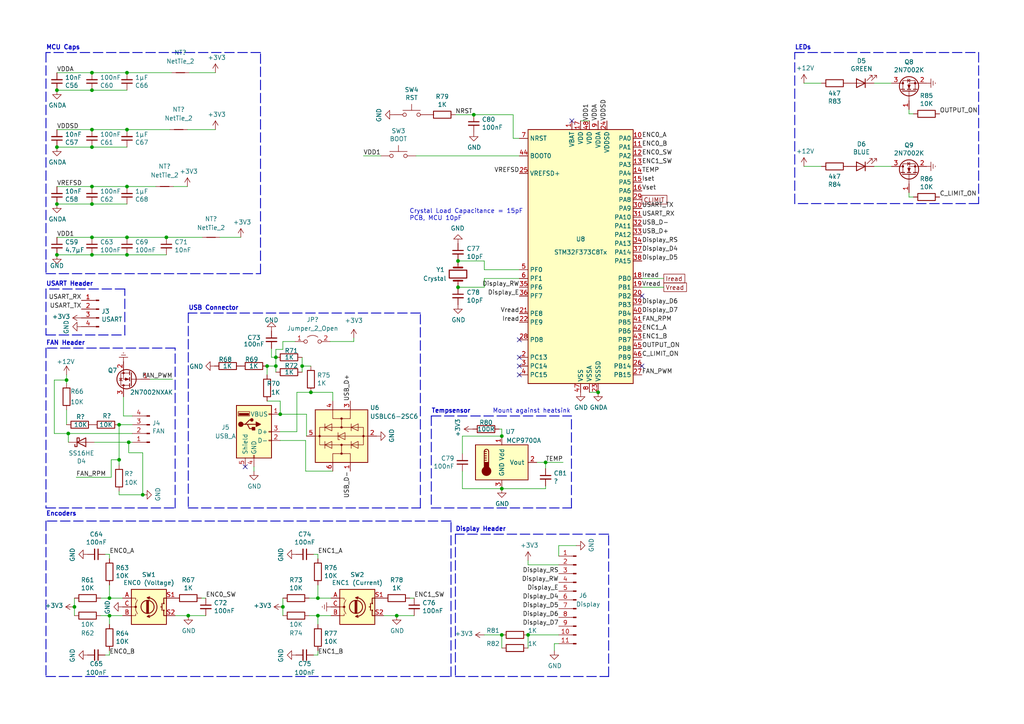
<source format=kicad_sch>
(kicad_sch (version 20211123) (generator eeschema)
  (paper "A4")
  (title_block (title "MCU Connections"))
  (junction (at 36.83 73.914))
  (junction (at 145.542 184.15))
  (junction (at 80.01 106.172))
  (junction (at 26.67 21.082))
  (junction (at 21.59 176.022))
  (junction (at 54.61 178.562))
  (junction (at 173.482 113.792))
  (junction (at 34.544 123.19))
  (junction (at 115.062 178.562))
  (junction (at 26.67 54.102))
  (junction (at 48.26 68.834))
  (junction (at 80.01 103.632))
  (junction (at 81.28 120.142))
  (junction (at 41.402 143.51))
  (junction (at 26.67 68.834))
  (junction (at 34.544 133.35))
  (junction (at 145.542 141.732))
  (junction (at 26.67 42.672))
  (junction (at 26.67 73.914))
  (junction (at 92.202 173.482))
  (junction (at 19.304 110.236))
  (junction (at 31.75 178.562))
  (junction (at 132.842 83.312))
  (junction (at 158.242 134.112))
  (junction (at 16.51 26.162))
  (junction (at 92.202 178.562))
  (junction (at 82.042 176.022))
  (junction (at 26.67 59.182))
  (junction (at 36.83 54.102))
  (junction (at 153.162 184.15))
  (junction (at 31.75 173.482))
  (junction (at 90.17 113.792))
  (junction (at 26.67 37.592))
  (junction (at 36.83 21.082))
  (junction (at 36.83 37.592))
  (junction (at 19.812 125.73))
  (junction (at 87.63 106.172))
  (junction (at 26.67 26.162))
  (junction (at 132.842 75.692))
  (junction (at 145.542 126.492))
  (junction (at 16.51 42.672))
  (junction (at 16.51 59.182))
  (junction (at 36.83 68.834))
  (junction (at 16.51 73.914))
  (junction (at 77.47 106.172))
  (junction (at 37.338 128.27))
  (junction (at 137.414 33.274))
  (no_connect (at 71.12 135.382))
  (no_connect (at 186.182 85.852))
  (no_connect (at 165.862 35.052))
  (no_connect (at 150.622 98.552))
  (no_connect (at 186.182 106.172))
  (no_connect (at 150.622 103.632))
  (no_connect (at 150.622 106.172))
  (no_connect (at 150.622 108.712))
  (polyline (pts (xy 13.335 15.24) (xy 13.335 79.375)) (stroke (width 0.254)))
  (wire (pts (xy 21.59 173.482) (xy 21.59 176.022)))
  (polyline (pts (xy 50.8 147.32) (xy 50.8 100.965)) (stroke (width 0.254)))
  (wire (pts (xy 88.646 136.652) (xy 96.52 136.652)))
  (wire (pts (xy 82.042 173.482) (xy 82.042 176.022)))
  (polyline (pts (xy 176.53 196.215) (xy 176.53 154.94)) (stroke (width 0.254)))
  (wire (pts (xy 41.402 131.318) (xy 37.338 131.318)))
  (wire (pts (xy 145.542 141.732) (xy 134.112 141.732)))
  (wire (pts (xy 145.542 141.732) (xy 158.242 141.732)))
  (wire (pts (xy 118.872 173.482) (xy 120.142 173.482)))
  (wire (pts (xy 16.51 26.162) (xy 26.67 26.162)))
  (wire (pts (xy 186.182 83.312) (xy 192.532 83.312)))
  (wire (pts (xy 148.844 40.132) (xy 148.844 33.274)))
  (wire (pts (xy 90.17 113.792) (xy 96.52 113.792)))
  (wire (pts (xy 158.242 134.112) (xy 158.242 135.89)))
  (wire (pts (xy 258.572 24.13) (xy 253.492 24.13)))
  (wire (pts (xy 43.434 109.982) (xy 50.038 109.982)))
  (wire (pts (xy 29.21 178.562) (xy 31.75 178.562)))
  (wire (pts (xy 85.598 99.06) (xy 82.042 99.06)))
  (wire (pts (xy 58.42 173.482) (xy 59.69 173.482)))
  (wire (pts (xy 90.932 160.782) (xy 92.202 160.782)))
  (wire (pts (xy 16.51 37.592) (xy 26.67 37.592)))
  (polyline (pts (xy 176.53 154.94) (xy 132.08 154.94)) (stroke (width 0.254)))
  (wire (pts (xy 155.702 134.112) (xy 158.242 134.112)))
  (wire (pts (xy 16.51 59.182) (xy 26.67 59.182)))
  (wire (pts (xy 48.26 68.834) (xy 58.674 68.834)))
  (polyline (pts (xy 283.845 59.055) (xy 230.505 59.055)) (stroke (width 0.254)))
  (wire (pts (xy 34.544 133.35) (xy 34.544 134.874)))
  (polyline (pts (xy 13.335 79.375) (xy 75.565 79.375)) (stroke (width 0.254)))
  (wire (pts (xy 115.062 178.562) (xy 120.142 178.562)))
  (wire (pts (xy 34.544 123.19) (xy 34.544 133.35)))
  (polyline (pts (xy 121.92 147.32) (xy 121.92 90.805)) (stroke (width 0.254)))
  (wire (pts (xy 26.67 54.102) (xy 36.83 54.102)))
  (wire (pts (xy 80.01 103.632) (xy 78.74 103.632)))
  (wire (pts (xy 150.622 40.132) (xy 148.844 40.132)))
  (wire (pts (xy 89.662 173.482) (xy 92.202 173.482)))
  (wire (pts (xy 36.83 37.592) (xy 49.276 37.592)))
  (polyline (pts (xy 121.92 90.805) (xy 54.61 90.805)) (stroke (width 0.254)))
  (wire (pts (xy 19.304 110.236) (xy 15.748 110.236)))
  (wire (pts (xy 81.28 125.222) (xy 86.106 125.222)))
  (polyline (pts (xy 36.195 97.155) (xy 36.195 83.82)) (stroke (width 0.254)))
  (wire (pts (xy 80.01 106.172) (xy 80.01 107.95)))
  (wire (pts (xy 140.462 184.15) (xy 145.542 184.15)))
  (polyline (pts (xy 125.095 120.65) (xy 125.095 147.32)) (stroke (width 0.254)))
  (wire (pts (xy 148.844 33.274) (xy 137.414 33.274)))
  (wire (pts (xy 81.28 116.332) (xy 77.47 116.332)))
  (wire (pts (xy 153.162 163.83) (xy 162.052 163.83)))
  (polyline (pts (xy 132.08 196.215) (xy 176.53 196.215)) (stroke (width 0.254)))
  (wire (pts (xy 19.304 123.19) (xy 19.304 118.872)))
  (wire (pts (xy 82.042 99.06) (xy 82.042 101.346)))
  (wire (pts (xy 31.75 188.722) (xy 31.75 189.992)))
  (wire (pts (xy 140.462 83.312) (xy 140.462 80.772)))
  (wire (pts (xy 77.47 106.172) (xy 77.47 108.712)))
  (polyline (pts (xy 13.335 100.965) (xy 13.335 147.32)) (stroke (width 0.254)))
  (wire (pts (xy 54.356 37.592) (xy 62.484 37.592)))
  (wire (pts (xy 140.462 78.232) (xy 140.462 75.692)))
  (wire (pts (xy 35.814 115.062) (xy 35.814 120.65)))
  (wire (pts (xy 145.542 124.46) (xy 145.542 126.492)))
  (wire (pts (xy 102.616 98.044) (xy 102.616 99.06)))
  (polyline (pts (xy 75.565 79.375) (xy 75.565 15.24)) (stroke (width 0.254)))
  (wire (pts (xy 78.74 103.632) (xy 78.74 101.092)))
  (wire (pts (xy 263.652 57.15) (xy 264.922 57.15)))
  (wire (pts (xy 26.67 73.914) (xy 36.83 73.914)))
  (polyline (pts (xy 132.08 154.94) (xy 132.08 196.215)) (stroke (width 0.254)))
  (wire (pts (xy 26.67 21.082) (xy 36.83 21.082)))
  (wire (pts (xy 26.67 59.182) (xy 36.83 59.182)))
  (wire (pts (xy 81.28 127.762) (xy 88.646 127.762)))
  (wire (pts (xy 36.83 54.102) (xy 45.212 54.102)))
  (wire (pts (xy 19.812 125.73) (xy 19.812 128.27)))
  (polyline (pts (xy 54.61 90.805) (xy 54.61 147.32)) (stroke (width 0.254)))
  (wire (pts (xy 50.292 54.102) (xy 54.356 54.102)))
  (wire (pts (xy 31.75 162.052) (xy 31.75 160.782)))
  (wire (pts (xy 37.338 128.27) (xy 38.354 128.27)))
  (wire (pts (xy 162.052 186.69) (xy 160.782 186.69)))
  (wire (pts (xy 89.662 178.562) (xy 92.202 178.562)))
  (wire (pts (xy 31.75 173.482) (xy 35.56 173.482)))
  (wire (pts (xy 26.67 68.834) (xy 36.83 68.834)))
  (wire (pts (xy 81.28 120.142) (xy 88.9 120.142)))
  (wire (pts (xy 263.652 33.02) (xy 264.922 33.02)))
  (wire (pts (xy 54.61 178.562) (xy 59.69 178.562)))
  (wire (pts (xy 153.162 184.15) (xy 153.162 187.96)))
  (polyline (pts (xy 130.81 151.13) (xy 13.335 151.13)) (stroke (width 0.254)))
  (wire (pts (xy 31.75 160.782) (xy 30.48 160.782)))
  (wire (pts (xy 34.544 143.51) (xy 41.402 143.51)))
  (polyline (pts (xy 36.195 83.82) (xy 13.335 83.82)) (stroke (width 0.254)))
  (wire (pts (xy 19.304 110.236) (xy 19.304 111.252)))
  (wire (pts (xy 80.01 103.632) (xy 80.01 106.172)))
  (wire (pts (xy 80.01 101.346) (xy 80.01 103.632)))
  (wire (pts (xy 87.63 106.172) (xy 90.17 106.172)))
  (wire (pts (xy 92.202 169.672) (xy 92.202 173.482)))
  (polyline (pts (xy 54.61 147.32) (xy 121.92 147.32)) (stroke (width 0.254)))
  (polyline (pts (xy 13.335 196.215) (xy 130.81 196.215)) (stroke (width 0.254)))
  (polyline (pts (xy 50.8 100.965) (xy 13.335 100.965)) (stroke (width 0.254)))
  (wire (pts (xy 92.202 160.782) (xy 92.202 162.052)))
  (wire (pts (xy 26.67 42.672) (xy 36.83 42.672)))
  (wire (pts (xy 29.21 173.482) (xy 31.75 173.482)))
  (wire (pts (xy 140.462 80.772) (xy 150.622 80.772)))
  (wire (pts (xy 132.08 33.274) (xy 137.414 33.274)))
  (wire (pts (xy 82.042 176.022) (xy 82.042 178.562)))
  (wire (pts (xy 87.63 103.632) (xy 87.63 106.172)))
  (wire (pts (xy 37.338 131.318) (xy 37.338 128.27)))
  (wire (pts (xy 27.432 128.27) (xy 37.338 128.27)))
  (wire (pts (xy 168.402 35.052) (xy 170.942 35.052)))
  (wire (pts (xy 92.202 173.482) (xy 96.012 173.482)))
  (wire (pts (xy 16.51 54.102) (xy 26.67 54.102)))
  (wire (pts (xy 158.242 134.112) (xy 163.322 134.112)))
  (wire (pts (xy 111.252 178.562) (xy 115.062 178.562)))
  (wire (pts (xy 140.462 75.692) (xy 132.842 75.692)))
  (wire (pts (xy 31.75 178.562) (xy 35.56 178.562)))
  (polyline (pts (xy 13.335 147.32) (xy 50.8 147.32)) (stroke (width 0.254)))
  (wire (pts (xy 92.202 178.562) (xy 92.202 181.102)))
  (wire (pts (xy 16.51 73.914) (xy 26.67 73.914)))
  (wire (pts (xy 86.106 113.792) (xy 90.17 113.792)))
  (polyline (pts (xy 75.565 15.24) (xy 13.335 15.24)) (stroke (width 0.254)))
  (polyline (pts (xy 13.335 97.155) (xy 36.195 97.155)) (stroke (width 0.254)))
  (wire (pts (xy 16.51 21.082) (xy 26.67 21.082)))
  (wire (pts (xy 54.864 21.082) (xy 62.484 21.082)))
  (wire (pts (xy 19.304 108.712) (xy 19.304 110.236)))
  (wire (pts (xy 186.182 80.772) (xy 192.532 80.772)))
  (wire (pts (xy 31.75 189.992) (xy 30.48 189.992)))
  (wire (pts (xy 263.652 31.75) (xy 263.652 33.02)))
  (wire (pts (xy 134.112 126.492) (xy 145.542 126.492)))
  (wire (pts (xy 16.51 42.672) (xy 26.67 42.672)))
  (wire (pts (xy 15.748 125.73) (xy 19.812 125.73)))
  (polyline (pts (xy 125.095 147.32) (xy 165.735 147.32)) (stroke (width 0.254)))
  (wire (pts (xy 144.78 124.46) (xy 145.542 124.46)))
  (wire (pts (xy 32.258 133.35) (xy 32.258 138.43)))
  (polyline (pts (xy 130.81 196.215) (xy 130.81 151.13)) (stroke (width 0.254)))
  (wire (pts (xy 73.66 135.382) (xy 73.66 136.652)))
  (wire (pts (xy 134.112 131.572) (xy 134.112 126.492)))
  (wire (pts (xy 86.106 125.222) (xy 86.106 113.792)))
  (wire (pts (xy 263.652 55.88) (xy 263.652 57.15)))
  (wire (pts (xy 16.51 68.834) (xy 26.67 68.834)))
  (wire (pts (xy 162.052 158.242) (xy 167.132 158.242)))
  (wire (pts (xy 88.9 126.492) (xy 88.9 120.142)))
  (wire (pts (xy 50.8 178.562) (xy 54.61 178.562)))
  (polyline (pts (xy 230.505 59.055) (xy 230.505 15.24)) (stroke (width 0.254)))
  (wire (pts (xy 88.646 127.762) (xy 88.646 136.652)))
  (wire (pts (xy 22.098 138.43) (xy 32.258 138.43)))
  (wire (pts (xy 31.75 169.672) (xy 31.75 173.482)))
  (wire (pts (xy 120.65 45.212) (xy 150.622 45.212)))
  (wire (pts (xy 92.202 188.722) (xy 92.202 189.992)))
  (wire (pts (xy 19.812 125.73) (xy 38.354 125.73)))
  (wire (pts (xy 31.75 178.562) (xy 31.75 181.102)))
  (wire (pts (xy 77.47 106.172) (xy 80.01 106.172)))
  (polyline (pts (xy 283.845 15.24) (xy 283.845 59.055)) (stroke (width 0.254)))
  (polyline (pts (xy 125.095 120.65) (xy 165.735 120.65)) (stroke (width 0.254)))
  (wire (pts (xy 34.544 123.19) (xy 38.354 123.19)))
  (wire (pts (xy 36.83 68.834) (xy 48.26 68.834)))
  (wire (pts (xy 35.814 120.65) (xy 38.354 120.65)))
  (wire (pts (xy 96.52 113.792) (xy 96.52 116.332)))
  (wire (pts (xy 158.242 141.732) (xy 158.242 140.97)))
  (wire (pts (xy 258.572 48.26) (xy 253.492 48.26)))
  (wire (pts (xy 34.544 142.494) (xy 34.544 143.51)))
  (wire (pts (xy 233.172 24.13) (xy 238.252 24.13)))
  (polyline (pts (xy 230.505 15.24) (xy 283.845 15.24)) (stroke (width 0.254)))
  (wire (pts (xy 34.544 133.35) (xy 32.258 133.35)))
  (polyline (pts (xy 165.735 147.32) (xy 165.735 120.65)) (stroke (width 0.254)))
  (wire (pts (xy 145.542 184.15) (xy 145.542 187.96)))
  (wire (pts (xy 160.782 186.69) (xy 160.782 188.722)))
  (wire (pts (xy 150.622 78.232) (xy 140.462 78.232)))
  (wire (pts (xy 132.842 83.312) (xy 140.462 83.312)))
  (wire (pts (xy 36.83 73.914) (xy 48.26 73.914)))
  (polyline (pts (xy 13.335 83.82) (xy 13.335 97.155)) (stroke (width 0.254)))
  (wire (pts (xy 26.67 26.162) (xy 36.83 26.162)))
  (wire (pts (xy 233.172 48.26) (xy 238.252 48.26)))
  (wire (pts (xy 153.162 184.15) (xy 162.052 184.15)))
  (wire (pts (xy 82.042 101.346) (xy 80.01 101.346)))
  (wire (pts (xy 102.616 99.06) (xy 95.758 99.06)))
  (wire (pts (xy 153.162 162.56) (xy 153.162 163.83)))
  (wire (pts (xy 81.28 116.332) (xy 81.28 120.142)))
  (wire (pts (xy 170.942 113.792) (xy 173.482 113.792)))
  (wire (pts (xy 105.41 45.212) (xy 110.49 45.212)))
  (wire (pts (xy 41.402 143.51) (xy 41.402 131.318)))
  (wire (pts (xy 63.754 68.834) (xy 69.85 68.834)))
  (wire (pts (xy 134.112 141.732) (xy 134.112 136.652)))
  (polyline (pts (xy 13.335 151.13) (xy 13.335 196.215)) (stroke (width 0.254)))
  (wire (pts (xy 92.202 178.562) (xy 96.012 178.562)))
  (wire (pts (xy 92.202 189.992) (xy 90.932 189.992)))
  (wire (pts (xy 15.748 110.236) (xy 15.748 125.73)))
  (wire (pts (xy 26.67 37.592) (xy 36.83 37.592)))
  (wire (pts (xy 36.83 21.082) (xy 49.784 21.082)))
  (wire (pts (xy 87.63 106.172) (xy 87.63 107.95)))
  (wire (pts (xy 21.59 176.022) (xy 21.59 178.562)))
  (wire (pts (xy 162.052 161.29) (xy 162.052 158.242)))
  (text "USART Header" (at 13.335 83.185 0) (effects (font (size 1.27 1.27) (thickness 0.254) bold) (justify left bottom)))
  (text "LEDs" (at 230.505 14.605 0) (effects (font (size 1.27 1.27) (thickness 0.254) bold) (justify left bottom)))
  (text "Mount against heatsink" (at 142.875 120.015 0) (effects (font (size 1.27 1.27)) (justify left bottom)))
  (text "FAN Header" (at 13.335 100.33 0) (effects (font (size 1.27 1.27) (thickness 0.254) bold) (justify left bottom)))
  (text "Encoders" (at 13.335 149.86 0) (effects (font (size 1.27 1.27) (thickness 0.254) bold) (justify left bottom)))
  (text "Display Header" (at 132.08 154.305 0) (effects (font (size 1.27 1.27) (thickness 0.254) bold) (justify left bottom)))
  (text "Tempsensor" (at 125.095 120.015 0) (effects (font (size 1.27 1.27) (thickness 0.254) bold) (justify left bottom)))
  (text "Crystal Load Capacitance = 15pF\nPCB, MCU 10pF" (at 118.745 64.135 0) (effects (font (size 1.27 1.27)) (justify left bottom)))
  (text "MCU Caps" (at 13.335 14.605 0) (effects (font (size 1.27 1.27) (thickness 0.254) bold) (justify left bottom)))
  (text "USB Connector" (at 54.61 90.17 0) (effects (font (size 1.27 1.27) (thickness 0.254) bold) (justify left bottom)))
  (label "Vread" (at 186.182 83.312 0))
  (label "ENC1_B" (at 92.202 189.992 0))
  (label "ENC0_A" (at 31.75 160.782 0))
  (label "Iread" (at 186.182 80.772 0))
  (label "USB_D+" (at 101.6 116.332 90))
  (label "OUTPUT_ON" (at 272.542 33.02 0))
  (label "USART_RX" (at 186.182 62.992 0))
  (label "Display_RW" (at 162.052 168.91 180))
  (label "Display_RS" (at 162.052 166.37 180))
  (label "VDDA" (at 16.51 21.082 0))
  (label "Display_D5" (at 186.182 75.692 0))
  (label "Display_D6" (at 162.052 179.07 180))
  (label "ENC1_B" (at 186.182 98.552 0))
  (label "C_LIMIT_ON" (at 272.542 57.15 0))
  (label "C_LIMIT_ON" (at 186.182 103.632 0))
  (label "VDD1" (at 170.942 35.052 90))
  (label "Iread" (at 150.622 93.472 180))
  (label "TEMP" (at 186.182 50.292 0))
  (label "Display_RS" (at 186.182 70.612 0))
  (label "ENC0_B" (at 31.75 189.992 0))
  (label "VDDSD" (at 16.51 37.592 0))
  (label "NRST" (at 132.08 33.274 0))
  (label "ENC1_SW" (at 186.182 47.752 0))
  (label "Display_D4" (at 162.052 173.99 180))
  (label "Display_D6" (at 186.182 88.392 0))
  (label "ENC0_SW" (at 59.69 173.482 0))
  (label "Iset" (at 186.182 52.832 0))
  (label "ENC0_SW" (at 186.182 45.212 0))
  (label "Display_D7" (at 186.182 90.932 0))
  (label "VDD1" (at 105.41 45.212 0))
  (label "USART_TX" (at 23.622 89.662 180))
  (label "ENC0_A" (at 186.182 40.132 0))
  (label "ENC1_SW" (at 120.142 173.482 0))
  (label "USB_D-" (at 186.182 65.532 0))
  (label "VDD1" (at 16.51 68.834 0))
  (label "USB_D+" (at 186.182 68.072 0))
  (label "OUTPUT_ON" (at 186.182 101.092 0))
  (label "VREFSD" (at 150.622 50.292 180))
  (label "FAN_RPM" (at 22.098 138.43 0))
  (label "Display_D7" (at 162.052 181.61 180))
  (label "FAN_PWM" (at 50.038 109.982 180))
  (label "USART_TX" (at 186.182 60.452 0))
  (label "Display_E" (at 162.052 171.45 180))
  (label "VDDA" (at 173.482 35.052 90))
  (label "TEMP" (at 158.242 134.112 0))
  (label "Display_E" (at 150.622 85.852 180))
  (label "Vset" (at 186.182 55.372 0))
  (label "VDDSD" (at 176.022 35.052 90))
  (label "ENC1_A" (at 186.182 96.012 0))
  (label "USB_D-" (at 101.6 136.652 270))
  (label "USART_RX" (at 23.622 87.122 180))
  (label "Display_D5" (at 162.052 176.53 180))
  (label "Display_RW" (at 150.622 83.312 180))
  (label "FAN_RPM" (at 186.182 93.472 0))
  (label "Vread" (at 150.622 90.932 180))
  (label "VREFSD" (at 16.51 54.102 0))
  (label "ENC0_B" (at 186.182 42.672 0))
  (label "ENC1_A" (at 92.202 160.782 0))
  (label "FAN_PWM" (at 186.182 108.712 0))
  (label "Display_D4" (at 186.182 73.152 0))
  (global_label "Iread" (shape passive) (at 192.532 80.772 0) (property "Intersheet References" "${INTERSHEET_REFS}" (effects hide)))
  (global_label "Vread" (shape passive) (at 192.532 83.312 0) (property "Intersheet References" "${INTERSHEET_REFS}" (effects hide)))
  (global_label "CLIMIT" (shape passive) (at 186.182 57.912 0) (property "Intersheet References" "${INTERSHEET_REFS}" (effects hide)))
  (symbol (lib_id "Device:R") (at 242.062 48.26 270) (mirror x) (unit 1)
    (property "Reference" "R84" (at 242.062 53.5178 90))
    (property "Value" "4k7" (at 242.062 51.2064 90))
    (property "MPN" "CRCW080510K0FKEAC" (effects hide))
  )
  (symbol (lib_id "Device:R") (at 242.062 24.13 270) (mirror x) (unit 1)
    (property "Reference" "R83" (at 242.062 29.3878 90))
    (property "Value" "4k7" (at 242.062 27.0764 90))
    (property "MPN" "CRCW080510K0FKEAC" (effects hide))
  )
  (symbol (lib_id "Power_Protection:USBLC6-2SC6") (at 99.06 126.492 90) (unit 1)
    (property "Reference" "U6" (at 107.315 118.237 90) (effects (justify right)))
    (property "Value" "USBLC6-2SC6" (at 107.315 120.777 90) (effects (justify right)))
    (property "Footprint" "Package_TO_SOT_SMD:SOT-23-6" (effects hide))
    (property "Datasheet" "https://www.mouser.se/datasheet/2/389/cd00050750-1796222.pdf" (effects hide))
    (property "MPN" "USBLC6-2SC6" (effects hide))
  )
  (symbol (lib_id "power:GND") (at 109.22 126.492 90) (unit 1)
    (property "Reference" "#PWR077" (effects hide))
    (property "Value" "GND" (at 113.6142 126.365 0))
  )
  (symbol (lib_id "Device:R") (at 77.47 112.522 180) (unit 1)
    (property "Reference" "R70" (at 81.28 111.252 0) (effects (justify left)))
    (property "Value" "1K" (at 81.28 113.792 0) (effects (justify left)))
    (property "Footprint" "Resistor_SMD:R_0805_2012Metric_Pad1.15x1.40mm_HandSolder" (effects hide))
    (property "Datasheet" "https://www.mouser.se/datasheet/2/447/PYu-RT_1-to-0.01_RoHS_L_9-1222720.pdf" (effects hide))
    (property "MPN" "RT0805FRE071KL" (effects hide))
  )
  (symbol (lib_id "Device:R") (at 66.04 106.172 90) (unit 1)
    (property "Reference" "R68" (at 67.31 104.267 90) (effects (justify left)))
    (property "Value" "1K" (at 67.31 106.172 90) (effects (justify left)))
    (property "Footprint" "Resistor_SMD:R_0805_2012Metric_Pad1.15x1.40mm_HandSolder" (effects hide))
    (property "Datasheet" "https://www.mouser.se/datasheet/2/447/PYu-RT_1-to-0.01_RoHS_L_9-1222720.pdf" (effects hide))
    (property "MPN" "RT0805FRE071KL" (effects hide))
  )
  (symbol (lib_id "Sensor_Temperature:MCP9700AT-ETT") (at 145.542 134.112 0) (unit 1)
    (property "Reference" "U7" (at 149.352 125.222 0) (effects (justify right)))
    (property "Value" "MCP9700A" (at 156.972 127.762 0) (effects (justify right)))
    (property "Footprint" "Package_TO_SOT_THT:TO-92_Inline" (effects hide))
    (property "Datasheet" "https://www.mouser.se/datasheet/2/268/20001942G-1820450.pdf" (effects hide))
    (property "MPN" "MCP9700A" (effects hide))
  )
  (symbol (lib_id "power:+3V3") (at 137.16 124.46 90) (unit 1)
    (property "Reference" "#PWR082" (effects hide))
    (property "Value" "+3V3" (at 132.7658 124.079 0))
  )
  (symbol (lib_id "Device:R") (at 73.66 106.172 90) (unit 1)
    (property "Reference" "R69" (at 74.93 104.267 90) (effects (justify left)))
    (property "Value" "1K" (at 74.93 106.172 90) (effects (justify left)))
    (property "Footprint" "Resistor_SMD:R_0805_2012Metric_Pad1.15x1.40mm_HandSolder" (effects hide))
    (property "Datasheet" "https://www.mouser.se/datasheet/2/447/PYu-RT_1-to-0.01_RoHS_L_9-1222720.pdf" (effects hide))
    (property "MPN" "RT0805FRE071KL" (effects hide))
  )
  (symbol (lib_id "Device:C_Small") (at 134.112 134.112 0) (mirror x) (unit 1)
    (property "Reference" "C79" (at 131.8006 132.9436 0) (effects (justify right)))
    (property "Value" "100nF" (at 131.8006 135.255 0) (effects (justify right)))
    (property "MPN" "CC0805KRX7R0BB103" (effects hide))
  )
  (symbol (lib_id "power:GND") (at 145.542 141.732 0) (unit 1)
    (property "Reference" "#PWR085" (effects hide))
    (property "Value" "GND" (at 145.669 146.1262 0))
  )
  (symbol (lib_id "Device:C_Small") (at 158.242 138.43 0) (unit 1)
    (property "Reference" "C81" (at 160.5788 137.2616 0) (effects (justify left)))
    (property "Value" "?" (at 160.5788 139.573 0) (effects (justify left)))
  )
  (symbol (lib_id "power:GND") (at 62.23 106.172 270) (unit 1)
    (property "Reference" "#PWR068" (effects hide))
    (property "Value" "GND" (at 58.9788 106.299 90) (effects (justify right)))
  )
  (symbol (lib_id "Device:R") (at 140.97 124.46 270) (unit 1)
    (property "Reference" "R80" (at 140.97 122.555 90))
    (property "Value" "100R" (at 140.97 124.46 90))
    (property "MPN" "RT0805FRE07100RL" (effects hide))
  )
  (symbol (lib_id "Device:D_Schottky") (at 23.622 128.27 0) (mirror x) (unit 1)
    (property "Reference" "D4" (at 23.622 133.7564 0))
    (property "Value" "SS16HE" (at 23.622 131.445 0))
    (property "Footprint" "Diode_SMD:D_SOD-323_HandSoldering" (effects hide))
    (property "Datasheet" "https://www.mouser.se/datasheet/2/308/SS13HE-D-1814993.pdf" (effects hide))
  )
  (symbol (lib_id "power:GND") (at 41.402 143.51 90) (unit 1)
    (property "Reference" "#PWR063" (effects hide))
    (property "Value" "GND" (at 45.7962 143.383 0))
  )
  (symbol (lib_id "MCU_ST_STM32F3:STM32F373C8Tx") (at 168.402 73.152 0) (unit 1)
    (property "Reference" "U8" (at 168.402 69.342 0))
    (property "Value" "STM32F373C8Tx" (at 168.402 73.152 0))
    (property "Footprint" "Package_QFP:LQFP-48_7x7mm_P0.5mm" (effects hide))
    (property "Datasheet" "http://www.st.com/st-web-ui/static/active/en/resource/technical/document/datasheet/DM00046749.pdf" (effects hide))
    (property "MPN" "STM32F373C8T6" (effects hide))
  )
  (symbol (lib_id "Device:Crystal") (at 132.842 79.502 270) (unit 1)
    (property "Reference" "Y1" (at 126.492 78.232 90) (effects (justify left)))
    (property "Value" "Crystal" (at 122.682 80.772 90) (effects (justify left)))
    (property "Footprint" "Crystal:Crystal_HC49-U_Vertical" (effects hide))
    (property "MPN" "LFXTAL033206" (effects hide))
  )
  (symbol (lib_id "Device:C_Small") (at 132.842 73.152 0) (unit 1)
    (property "Reference" "C77" (at 135.3058 72.1106 0) (effects (justify left)))
    (property "Value" "10pF" (at 135.3058 74.422 0) (effects (justify left)))
    (property "Footprint" "Capacitor_SMD:C_0805_2012Metric_Pad1.15x1.40mm_HandSolder" (effects hide))
    (property "MPN" "C0805C100J5GAC" (effects hide))
  )
  (symbol (lib_id "Device:C_Small") (at 132.842 85.852 0) (unit 1)
    (property "Reference" "C78" (at 135.3058 84.8106 0) (effects (justify left)))
    (property "Value" "10pF" (at 135.3058 87.122 0) (effects (justify left)))
    (property "Footprint" "Capacitor_SMD:C_0805_2012Metric_Pad1.15x1.40mm_HandSolder" (effects hide))
    (property "MPN" "C0805C100J5GAC" (effects hide))
  )
  (symbol (lib_id "Switch:SW_Push") (at 119.38 33.274 0) (mirror y) (unit 1)
    (property "Reference" "SW4" (at 119.38 26.035 0))
    (property "Value" "RST" (at 119.38 28.3464 0))
    (property "Footprint" "footprints:LL3301NF065QG" (effects hide))
    (property "Datasheet" "https://www.mouser.se/datasheet/2/140/P090002-267756.pdf" (effects hide))
    (property "MPN" "LL3301NF065QG" (effects hide))
  )
  (symbol (lib_id "Device:R") (at 128.27 33.274 270) (unit 1)
    (property "Reference" "R79" (at 128.27 28.0162 90))
    (property "Value" "1K" (at 128.27 30.3276 90))
    (property "Footprint" "Resistor_SMD:R_0805_2012Metric_Pad1.15x1.40mm_HandSolder" (effects hide))
    (property "Datasheet" "https://www.mouser.se/datasheet/2/447/PYu-RT_1-to-0.01_RoHS_L_9-1222720.pdf" (effects hide))
    (property "MPN" "RT0805FRE071KL" (effects hide))
  )
  (symbol (lib_id "Device:C_Small") (at 137.414 35.814 0) (unit 1)
    (property "Reference" "C80" (at 139.7508 34.6456 0) (effects (justify left)))
    (property "Value" "100nF" (at 139.7508 36.957 0) (effects (justify left)))
    (property "Footprint" "Capacitor_SMD:C_0805_2012Metric_Pad1.15x1.40mm_HandSolder" (effects hide))
    (property "MPN" "CC0805KRX7R0BB103" (effects hide))
  )
  (symbol (lib_id "power:GNDA") (at 173.482 113.792 0) (unit 1)
    (property "Reference" "#PWR090" (effects hide))
    (property "Value" "GNDA" (at 173.609 118.1862 0))
  )
  (symbol (lib_id "Switch:SW_Push") (at 115.57 45.212 0) (mirror y) (unit 1)
    (property "Reference" "SW3" (at 115.57 37.973 0))
    (property "Value" "BOOT" (at 115.57 40.2844 0))
    (property "Footprint" "footprints:LL3301NF065QG" (effects hide))
    (property "Datasheet" "https://www.mouser.se/datasheet/2/140/P090002-267756.pdf" (effects hide))
    (property "MPN" "LL3301NF065QG" (effects hide))
  )
  (symbol (lib_id "power:GNDREF") (at 96.012 176.022 270) (unit 1)
    (property "Reference" "#PWR075" (effects hide))
    (property "Value" "GNDREF" (effects hide))
  )
  (symbol (lib_id "Device:R") (at 149.352 187.96 90) (unit 1)
    (property "Reference" "R82" (at 143.002 186.69 90))
    (property "Value" "1K" (at 154.432 186.69 90))
    (property "Footprint" "Resistor_SMD:R_0805_2012Metric_Pad1.15x1.40mm_HandSolder" (effects hide))
    (property "Datasheet" "https://www.mouser.se/datasheet/2/447/PYu-RT_1-to-0.01_RoHS_L_9-1222720.pdf" (effects hide))
    (property "MPN" "RT0805FRE071KL" (effects hide))
  )
  (symbol (lib_id "power:+3V3") (at 140.462 184.15 90) (unit 1)
    (property "Reference" "#PWR084" (effects hide))
    (property "Value" "+3V3" (at 137.2108 183.769 90) (effects (justify left)))
  )
  (symbol (lib_id "Device:RotaryEncoder_Switch") (at 103.632 176.022 0) (unit 1)
    (property "Reference" "SW2" (at 103.632 166.7002 0))
    (property "Value" "ENC1 (Current)" (at 103.632 169.0116 0))
    (property "Footprint" "footprints:PEC12R-2xxxf-Sxxxx" (effects hide))
    (property "MPN" "PEC12R-2220F-S0024" (effects hide))
  )
  (symbol (lib_id "Device:R") (at 149.352 184.15 90) (unit 1)
    (property "Reference" "R81" (at 143.002 182.88 90))
    (property "Value" "1K" (at 154.432 182.88 90))
    (property "Footprint" "Resistor_SMD:R_0805_2012Metric_Pad1.15x1.40mm_HandSolder" (effects hide))
    (property "Datasheet" "https://www.mouser.se/datasheet/2/447/PYu-RT_1-to-0.01_RoHS_L_9-1222720.pdf" (effects hide))
    (property "MPN" "RT0805FRE071KL" (effects hide))
  )
  (symbol (lib_id "Connector:Conn_01x11_Male") (at 167.132 173.99 0) (mirror y) (unit 1)
    (property "Reference" "J6" (at 170.307 172.72 0) (effects (justify left)))
    (property "Value" "Display" (at 174.117 175.26 0) (effects (justify left)))
    (property "Footprint" "Connector_PinHeader_2.54mm:PinHeader_1x11_P2.54mm_Vertical" (effects hide))
    (property "Datasheet" "https://www.mouser.se/datasheet/2/276/0022284150_PCB_HEADERS-159054.pdf" (effects hide))
    (property "MPN" "M20-9991646" (effects hide))
  )
  (symbol (lib_id "power:+3.3V") (at 153.162 162.56 0) (unit 1)
    (property "Reference" "#PWR086" (effects hide))
    (property "Value" "+3.3V" (at 153.543 158.1658 0))
  )
  (symbol (lib_id "Device:C_Small") (at 59.69 176.022 0) (unit 1)
    (property "Reference" "C72" (at 62.0268 174.8536 0) (effects (justify left)))
    (property "Value" "100nF" (at 62.0268 177.165 0) (effects (justify left)))
    (property "Footprint" "Capacitor_SMD:C_0805_2012Metric_Pad1.15x1.40mm_HandSolder" (effects hide))
    (property "MPN" "CC0805KRX7R0BB103" (effects hide))
  )
  (symbol (lib_id "Device:R") (at 115.062 173.482 270) (unit 1)
    (property "Reference" "R78" (at 115.062 168.2242 90))
    (property "Value" "1K" (at 115.062 170.5356 90))
    (property "Footprint" "Resistor_SMD:R_0805_2012Metric_Pad1.15x1.40mm_HandSolder" (effects hide))
    (property "Datasheet" "https://www.mouser.se/datasheet/2/447/PYu-RT_1-to-0.01_RoHS_L_9-1222720.pdf" (effects hide))
    (property "MPN" "RT0805FRE071KL" (effects hide))
  )
  (symbol (lib_id "Device:C_Small") (at 120.142 176.022 0) (unit 1)
    (property "Reference" "C76" (at 122.4788 174.8536 0) (effects (justify left)))
    (property "Value" "100nF" (at 122.4788 177.165 0) (effects (justify left)))
    (property "Footprint" "Capacitor_SMD:C_0805_2012Metric_Pad1.15x1.40mm_HandSolder" (effects hide))
    (property "MPN" "CC0805KRX7R0BB103" (effects hide))
  )
  (symbol (lib_id "Device:R") (at 85.852 173.482 270) (unit 1)
    (property "Reference" "R73" (at 85.852 168.2242 90))
    (property "Value" "10K" (at 85.852 170.5356 90))
    (property "Footprint" "Resistor_SMD:R_0805_2012Metric_Pad1.15x1.40mm_HandSolder" (effects hide))
    (property "MPN" "CRCW080510K0FKEAC" (effects hide))
  )
  (symbol (lib_id "Device:R") (at 92.202 165.862 180) (unit 1)
    (property "Reference" "R76" (at 93.98 164.6936 0) (effects (justify right)))
    (property "Value" "10K" (at 93.98 167.005 0) (effects (justify right)))
    (property "Footprint" "Resistor_SMD:R_0805_2012Metric_Pad1.15x1.40mm_HandSolder" (effects hide))
    (property "MPN" "CRCW080510K0FKEAC" (effects hide))
  )
  (symbol (lib_id "Device:R") (at 92.202 184.912 0) (unit 1)
    (property "Reference" "R77" (at 93.98 183.7436 0) (effects (justify left)))
    (property "Value" "10K" (at 93.98 186.055 0) (effects (justify left)))
    (property "Footprint" "Resistor_SMD:R_0805_2012Metric_Pad1.15x1.40mm_HandSolder" (effects hide))
    (property "MPN" "CRCW080510K0FKEAC" (effects hide))
  )
  (symbol (lib_id "Device:R") (at 85.852 178.562 90) (unit 1)
    (property "Reference" "R74" (at 85.852 183.642 90))
    (property "Value" "10K" (at 85.852 181.102 90))
    (property "Footprint" "Resistor_SMD:R_0805_2012Metric_Pad1.15x1.40mm_HandSolder" (effects hide))
    (property "MPN" "CRCW080510K0FKEAC" (effects hide))
  )
  (symbol (lib_id "Device:C_Small") (at 88.392 189.992 270) (unit 1)
    (property "Reference" "C75" (at 88.392 192.532 90))
    (property "Value" "100nF" (at 88.392 195.072 90))
    (property "Footprint" "Capacitor_SMD:C_0805_2012Metric_Pad1.15x1.40mm_HandSolder" (effects hide))
    (property "MPN" "CC0805KRX7R0BB103" (effects hide))
  )
  (symbol (lib_id "Device:C_Small") (at 88.392 160.782 270) (unit 1)
    (property "Reference" "C74" (at 88.392 154.9654 90))
    (property "Value" "100nF" (at 88.392 157.2768 90))
    (property "Footprint" "Capacitor_SMD:C_0805_2012Metric_Pad1.15x1.40mm_HandSolder" (effects hide))
    (property "MPN" "CC0805KRX7R0BB103" (effects hide))
  )
  (symbol (lib_id "Device:C_Small") (at 27.94 160.782 270) (unit 1)
    (property "Reference" "C64" (at 27.94 154.9654 90))
    (property "Value" "100nF" (at 27.94 157.2768 90))
    (property "Footprint" "Capacitor_SMD:C_0805_2012Metric_Pad1.15x1.40mm_HandSolder" (effects hide))
    (property "MPN" "CC0805KRX7R0BB103" (effects hide))
  )
  (symbol (lib_id "Device:C_Small") (at 27.94 189.992 270) (unit 1)
    (property "Reference" "C65" (at 27.94 192.532 90))
    (property "Value" "100nF" (at 27.94 195.072 90))
    (property "Footprint" "Capacitor_SMD:C_0805_2012Metric_Pad1.15x1.40mm_HandSolder" (effects hide))
    (property "MPN" "CC0805KRX7R0BB103" (effects hide))
  )
  (symbol (lib_id "Device:R") (at 25.4 178.562 90) (unit 1)
    (property "Reference" "R62" (at 25.4 183.642 90))
    (property "Value" "10K" (at 25.4 181.102 90))
    (property "Footprint" "Resistor_SMD:R_0805_2012Metric_Pad1.15x1.40mm_HandSolder" (effects hide))
    (property "MPN" "CRCW080510K0FKEAC" (effects hide))
  )
  (symbol (lib_id "Device:R") (at 31.75 184.912 0) (unit 1)
    (property "Reference" "R64" (at 33.528 183.7436 0) (effects (justify left)))
    (property "Value" "10K" (at 33.528 186.055 0) (effects (justify left)))
    (property "Footprint" "Resistor_SMD:R_0805_2012Metric_Pad1.15x1.40mm_HandSolder" (effects hide))
    (property "MPN" "CRCW080510K0FKEAC" (effects hide))
  )
  (symbol (lib_id "Device:R") (at 31.75 165.862 180) (unit 1)
    (property "Reference" "R63" (at 33.528 164.6936 0) (effects (justify right)))
    (property "Value" "10K" (at 33.528 167.005 0) (effects (justify right)))
    (property "Footprint" "Resistor_SMD:R_0805_2012Metric_Pad1.15x1.40mm_HandSolder" (effects hide))
    (property "MPN" "CRCW080510K0FKEAC" (effects hide))
  )
  (symbol (lib_id "Device:R") (at 25.4 173.482 270) (unit 1)
    (property "Reference" "R61" (at 25.4 168.2242 90))
    (property "Value" "10K" (at 25.4 170.5356 90))
    (property "Footprint" "Resistor_SMD:R_0805_2012Metric_Pad1.15x1.40mm_HandSolder" (effects hide))
    (property "MPN" "CRCW080510K0FKEAC" (effects hide))
  )
  (symbol (lib_id "Device:R") (at 54.61 173.482 270) (unit 1)
    (property "Reference" "R67" (at 54.61 168.2242 90))
    (property "Value" "1K" (at 54.61 170.5356 90))
    (property "Footprint" "Resistor_SMD:R_0805_2012Metric_Pad1.15x1.40mm_HandSolder" (effects hide))
    (property "Datasheet" "https://www.mouser.se/datasheet/2/447/PYu-RT_1-to-0.01_RoHS_L_9-1222720.pdf" (effects hide))
    (property "MPN" "RT0805FRE071KL" (effects hide))
  )
  (symbol (lib_id "Device:RotaryEncoder_Switch") (at 43.18 176.022 0) (unit 1)
    (property "Reference" "SW1" (at 43.18 166.7002 0))
    (property "Value" "ENC0 (Voltage)" (at 43.18 169.0116 0))
    (property "Footprint" "footprints:PEC12R-2xxxf-Sxxxx" (effects hide))
    (property "MPN" "PEC12R-2220F-S0024" (effects hide))
  )
  (symbol (lib_id "power:+3V3") (at 21.59 176.022 90) (unit 1)
    (property "Reference" "#PWR056" (effects hide))
    (property "Value" "+3V3" (at 18.3388 175.641 90) (effects (justify left)))
  )
  (symbol (lib_id "power:+3V3") (at 82.042 176.022 90) (unit 1)
    (property "Reference" "#PWR072" (effects hide))
    (property "Value" "+3V3" (at 78.7908 175.641 90) (effects (justify left)))
  )
  (symbol (lib_id "Device:C_Small") (at 36.83 23.622 0) (mirror x) (unit 1)
    (property "Reference" "C66" (at 39.1668 24.7904 0) (effects (justify left)))
    (property "Value" "1µF" (at 39.1668 22.479 0) (effects (justify left)))
    (property "Footprint" "Capacitor_SMD:C_0805_2012Metric_Pad1.15x1.40mm_HandSolder" (effects hide))
    (property "MPN" "TMK212B7105KG-T" (effects hide))
  )
  (symbol (lib_id "Device:C_Small") (at 26.67 23.622 0) (mirror x) (unit 1)
    (property "Reference" "C60" (at 29.0068 24.7904 0) (effects (justify left)))
    (property "Value" "100nF" (at 29.0068 22.479 0) (effects (justify left)))
    (property "Footprint" "Capacitor_SMD:C_0805_2012Metric_Pad1.15x1.40mm_HandSolder" (effects hide))
    (property "MPN" "CC0805KRX7R9BB104" (effects hide))
  )
  (symbol (lib_id "Device:C_Small") (at 16.51 23.622 0) (mirror x) (unit 1)
    (property "Reference" "C56" (at 18.8468 24.7904 0) (effects (justify left)))
    (property "Value" "10nF" (at 18.8468 22.479 0) (effects (justify left)))
    (property "Footprint" "Capacitor_SMD:C_0805_2012Metric_Pad1.15x1.40mm_HandSolder" (effects hide))
    (property "MPN" "CC0805KRX7R0BB103" (effects hide))
  )
  (symbol (lib_id "Device:C_Small") (at 36.83 40.132 0) (mirror x) (unit 1)
    (property "Reference" "C67" (at 39.1668 41.3004 0) (effects (justify left)))
    (property "Value" "1µF" (at 39.1668 38.989 0) (effects (justify left)))
    (property "Footprint" "Capacitor_SMD:C_0805_2012Metric_Pad1.15x1.40mm_HandSolder" (effects hide))
    (property "MPN" "TMK212B7105KG-T" (effects hide))
  )
  (symbol (lib_id "Device:C_Small") (at 26.67 40.132 0) (mirror x) (unit 1)
    (property "Reference" "C61" (at 29.0068 41.3004 0) (effects (justify left)))
    (property "Value" "100nF" (at 29.0068 38.989 0) (effects (justify left)))
    (property "Footprint" "Capacitor_SMD:C_0805_2012Metric_Pad1.15x1.40mm_HandSolder" (effects hide))
    (property "MPN" "CC0805KRX7R9BB104" (effects hide))
  )
  (symbol (lib_id "Device:C_Small") (at 16.51 40.132 0) (mirror x) (unit 1)
    (property "Reference" "C57" (at 18.8468 41.3004 0) (effects (justify left)))
    (property "Value" "10nF" (at 18.8468 38.989 0) (effects (justify left)))
    (property "Footprint" "Capacitor_SMD:C_0805_2012Metric_Pad1.15x1.40mm_HandSolder" (effects hide))
    (property "MPN" "CC0805KRX7R0BB103" (effects hide))
  )
  (symbol (lib_id "Device:C_Small") (at 36.83 56.642 0) (mirror x) (unit 1)
    (property "Reference" "C68" (at 39.1668 57.8104 0) (effects (justify left)))
    (property "Value" "1µF" (at 39.1668 55.499 0) (effects (justify left)))
    (property "Footprint" "Capacitor_SMD:C_0805_2012Metric_Pad1.15x1.40mm_HandSolder" (effects hide))
    (property "MPN" "TMK212B7105KG-T" (effects hide))
  )
  (symbol (lib_id "Device:C_Small") (at 26.67 56.642 0) (mirror x) (unit 1)
    (property "Reference" "C62" (at 29.0068 57.8104 0) (effects (justify left)))
    (property "Value" "100nF" (at 29.0068 55.499 0) (effects (justify left)))
    (property "Footprint" "Capacitor_SMD:C_0805_2012Metric_Pad1.15x1.40mm_HandSolder" (effects hide))
    (property "MPN" "CC0805KRX7R9BB104" (effects hide))
  )
  (symbol (lib_id "Device:C_Small") (at 16.51 56.642 0) (mirror x) (unit 1)
    (property "Reference" "C58" (at 18.8468 57.8104 0) (effects (justify left)))
    (property "Value" "10nF" (at 18.8468 55.499 0) (effects (justify left)))
    (property "Footprint" "Capacitor_SMD:C_0805_2012Metric_Pad1.15x1.40mm_HandSolder" (effects hide))
    (property "MPN" "CC0805KRX7R0BB103" (effects hide))
  )
  (symbol (lib_id "power:+3V3") (at 69.85 68.834 0) (unit 1)
    (property "Reference" "#PWR069" (effects hide))
    (property "Value" "+3V3" (at 70.231 64.4398 0))
  )
  (symbol (lib_id "Device:C_Small") (at 16.51 71.374 0) (unit 1)
    (property "Reference" "C59" (at 18.8468 70.2056 0) (effects (justify left)))
    (property "Value" "4.7µF" (at 18.8468 72.517 0) (effects (justify left)))
    (property "Footprint" "Capacitor_SMD:C_0805_2012Metric_Pad1.15x1.40mm_HandSolder" (effects hide))
    (property "MPN" "GRM21BR71C475KE51L" (effects hide))
  )
  (symbol (lib_id "Device:C_Small") (at 26.67 71.374 0) (unit 1)
    (property "Reference" "C63" (at 29.0068 70.2056 0) (effects (justify left)))
    (property "Value" "100nF" (at 29.0068 72.517 0) (effects (justify left)))
    (property "Footprint" "Capacitor_SMD:C_0805_2012Metric_Pad1.15x1.40mm_HandSolder" (effects hide))
    (property "MPN" "CC0805KRX7R9BB104" (effects hide))
  )
  (symbol (lib_id "Device:C_Small") (at 36.83 71.374 0) (unit 1)
    (property "Reference" "C69" (at 39.1668 70.2056 0) (effects (justify left)))
    (property "Value" "100nF" (at 39.1668 72.517 0) (effects (justify left)))
    (property "Footprint" "Capacitor_SMD:C_0805_2012Metric_Pad1.15x1.40mm_HandSolder" (effects hide))
    (property "MPN" "CC0805KRX7R9BB104" (effects hide))
  )
  (symbol (lib_id "Device:C_Small") (at 48.26 71.374 0) (unit 1)
    (property "Reference" "C71" (at 50.5968 70.2056 0) (effects (justify left)))
    (property "Value" "10nF" (at 50.5968 72.517 0) (effects (justify left)))
    (property "Footprint" "Capacitor_SMD:C_0805_2012Metric_Pad1.15x1.40mm_HandSolder" (effects hide))
    (property "MPN" "CC0805KRX7R0BB103" (effects hide))
  )
  (symbol (lib_id "power:+3V3") (at 54.356 54.102 0) (unit 1)
    (property "Reference" "#PWR066" (effects hide))
    (property "Value" "+3V3" (at 54.737 49.7078 0))
  )
  (symbol (lib_id "power:+3V3") (at 62.484 37.592 0) (unit 1)
    (property "Reference" "#PWR065" (effects hide))
    (property "Value" "+3V3" (at 62.865 33.1978 0))
  )
  (symbol (lib_id "power:+3V3") (at 62.484 21.082 0) (unit 1)
    (property "Reference" "#PWR064" (effects hide))
    (property "Value" "+3V3" (at 62.865 16.6878 0))
  )
  (symbol (lib_id "power:GNDA") (at 16.51 59.182 0) (unit 1)
    (property "Reference" "#PWR053" (effects hide))
    (property "Value" "GNDA" (at 16.637 63.5762 0))
  )
  (symbol (lib_id "power:GNDA") (at 16.51 42.672 0) (unit 1)
    (property "Reference" "#PWR052" (effects hide))
    (property "Value" "GNDA" (at 16.637 47.0662 0))
  )
  (symbol (lib_id "power:GNDA") (at 16.51 26.162 0) (unit 1)
    (property "Reference" "#PWR051" (effects hide))
    (property "Value" "GNDA" (at 16.637 30.5562 0))
  )
  (symbol (lib_id "Connector:USB_A") (at 73.66 125.222 0) (unit 1)
    (property "Reference" "J5" (at 65.405 123.952 0))
    (property "Value" "USB_A" (at 65.405 126.492 0))
    (property "Footprint" "footprints:USBA" (effects hide))
    (property "Datasheet" "https://www.mouser.se/datasheet/2/643/bel_SS-52100-001-1216592.pdf" (effects hide))
    (property "MPN" "SS-52100-001" (effects hide))
  )
  (symbol (lib_id "Device:R") (at 90.17 109.982 0) (unit 1)
    (property "Reference" "R75" (at 91.948 108.839 0) (effects (justify left)))
    (property "Value" "1K" (at 91.948 111.125 0) (effects (justify left)))
    (property "Footprint" "Resistor_SMD:R_0805_2012Metric_Pad1.15x1.40mm_HandSolder" (effects hide))
    (property "Datasheet" "https://www.mouser.se/datasheet/2/447/PYu-RT_1-to-0.01_RoHS_L_9-1222720.pdf" (effects hide))
    (property "MPN" "RT0805FRE071KL" (effects hide))
  )
  (symbol (lib_id "Device:R") (at 83.82 103.632 270) (unit 1)
    (property "Reference" "R71" (at 82.55 101.727 90) (effects (justify left)))
    (property "Value" "1K" (at 82.55 103.632 90) (effects (justify left)))
    (property "Footprint" "Resistor_SMD:R_0805_2012Metric_Pad1.15x1.40mm_HandSolder" (effects hide))
    (property "Datasheet" "https://www.mouser.se/datasheet/2/447/PYu-RT_1-to-0.01_RoHS_L_9-1222720.pdf" (effects hide))
    (property "MPN" "RT0805FRE071KL" (effects hide))
  )
  (symbol (lib_id "Device:R") (at 83.82 107.95 270) (unit 1)
    (property "Reference" "R72" (at 82.55 106.045 90) (effects (justify left)))
    (property "Value" "1K" (at 82.55 107.95 90) (effects (justify left)))
    (property "Footprint" "Resistor_SMD:R_0805_2012Metric_Pad1.15x1.40mm_HandSolder" (effects hide))
    (property "Datasheet" "https://www.mouser.se/datasheet/2/447/PYu-RT_1-to-0.01_RoHS_L_9-1222720.pdf" (effects hide))
    (property "MPN" "RT0805FRE071KL" (effects hide))
  )
  (symbol (lib_id "Device:C_Small") (at 78.74 98.552 0) (unit 1)
    (property "Reference" "C73" (at 73.66 97.917 0))
    (property "Value" "100nF" (at 73.66 99.822 0))
    (property "Footprint" "Capacitor_SMD:C_0805_2012Metric_Pad1.15x1.40mm_HandSolder" (effects hide))
    (property "MPN" "CC0805KRX7R0BB103" (effects hide))
  )
  (symbol (lib_id "Connector:Conn_01x04_Male") (at 43.434 125.73 180) (unit 1)
    (property "Reference" "J4" (at 44.1452 122.7328 0) (effects (justify right)))
    (property "Value" "FAN" (at 44.1452 125.0442 0) (effects (justify right)))
  )
  (symbol (lib_id "power:+12V") (at 19.304 108.712 0) (unit 1)
    (property "Reference" "#PWR055" (effects hide))
    (property "Value" "+12V" (at 19.05 104.902 0))
  )
  (symbol (lib_id "Device:R") (at 19.304 115.062 0) (unit 1)
    (property "Reference" "R66" (at 22.352 113.538 0))
    (property "Value" "10K" (at 22.352 116.586 0))
  )
  (symbol (lib_id "Device:Q_NMOS_GSD") (at 38.354 109.982 180) (unit 1)
    (property "Reference" "Q7" (at 32.639 107.442 0))
    (property "Value" "2N7002NXAK" (at 43.942 113.792 0))
    (property "Footprint" "Package_TO_SOT_SMD:SOT-23" (effects hide))
    (property "Datasheet" "https://assets.nexperia.com/documents/data-sheet/2N7002NXAK.pdf" (effects hide))
    (property "MPN" "2N7002NXAK" (effects hide))
  )
  (symbol (lib_id "power:GNDREF") (at 35.814 104.902 180) (unit 1)
    (property "Reference" "#PWR062" (effects hide))
    (property "Value" "GNDREF" (effects hide))
  )
  (symbol (lib_id "Connector:Conn_01x04_Male") (at 28.702 89.662 0) (mirror y) (unit 1)
    (property "Reference" "J3" (at 29.4132 90.3224 0) (effects (justify right)))
    (property "Value" "USART" (at 29.4132 92.6338 0) (effects (justify right)))
  )
  (symbol (lib_id "power:+3V3") (at 23.622 92.202 90) (unit 1)
    (property "Reference" "#PWR057" (effects hide))
    (property "Value" "+3V3" (at 20.3708 91.821 90) (effects (justify left)))
  )
  (symbol (lib_id "power:GNDREF") (at 268.732 24.13 90) (unit 1)
    (property "Reference" "#PWR093" (effects hide))
    (property "Value" "GNDREF" (effects hide))
  )
  (symbol (lib_id "Device:LED") (at 249.682 24.13 180) (unit 1)
    (property "Reference" "D5" (at 249.8598 17.653 0))
    (property "Value" "GREEN" (at 249.8598 19.9644 0))
    (property "Footprint" "LED_SMD:LED_1206_3216Metric_Pad1.42x1.75mm_HandSolder" (effects hide))
    (property "MPN" "APTD3216LZGCK" (effects hide))
  )
  (symbol (lib_id "Device:LED") (at 249.682 48.26 180) (unit 1)
    (property "Reference" "D6" (at 249.8598 41.783 0))
    (property "Value" "BLUE" (at 249.8598 44.0944 0))
    (property "Footprint" "LED_SMD:LED_1206_3216Metric_Pad1.42x1.75mm_HandSolder" (effects hide))
    (property "MPN" "APTD3216LVBCD" (effects hide))
  )
  (symbol (lib_id "power:GNDREF") (at 268.732 48.26 90) (unit 1)
    (property "Reference" "#PWR094" (effects hide))
    (property "Value" "GNDREF" (effects hide))
  )
  (symbol (lib_id "Device:R") (at 268.732 33.02 270) (unit 1)
    (property "Reference" "R85" (at 268.732 27.7622 90))
    (property "Value" "10K" (at 268.732 30.0736 90))
    (property "Footprint" "Resistor_SMD:R_0805_2012Metric_Pad1.15x1.40mm_HandSolder" (effects hide))
    (property "MPN" "CRCW080510K0FKEAC" (effects hide))
  )
  (symbol (lib_id "Device:R") (at 268.732 57.15 270) (unit 1)
    (property "Reference" "R86" (at 268.732 51.8922 90))
    (property "Value" "10K" (at 268.732 54.2036 90))
    (property "Footprint" "Resistor_SMD:R_0805_2012Metric_Pad1.15x1.40mm_HandSolder" (effects hide))
    (property "MPN" "CRCW080510K0FKEAC" (effects hide))
  )
  (symbol (lib_id "power:GND") (at 73.66 136.652 0) (unit 1)
    (property "Reference" "#PWR070" (effects hide))
    (property "Value" "GND" (at 73.787 141.0462 0))
  )
  (symbol (lib_id "power:GND") (at 78.74 96.012 180) (unit 1)
    (property "Reference" "#PWR071" (effects hide))
    (property "Value" "GND" (at 78.74 92.837 0))
  )
  (symbol (lib_id "power:GND") (at 25.4 189.992 270) (unit 1)
    (property "Reference" "#PWR060" (effects hide))
    (property "Value" "GND" (at 21.0058 190.119 0))
  )
  (symbol (lib_id "power:GND") (at 25.4 160.782 270) (unit 1)
    (property "Reference" "#PWR059" (effects hide))
    (property "Value" "GND" (at 21.0058 160.909 0))
  )
  (symbol (lib_id "power:GND") (at 85.852 160.782 270) (unit 1)
    (property "Reference" "#PWR073" (effects hide))
    (property "Value" "GND" (at 81.4578 160.909 0))
  )
  (symbol (lib_id "power:GND") (at 85.852 189.992 270) (unit 1)
    (property "Reference" "#PWR074" (effects hide))
    (property "Value" "GND" (at 81.4578 190.119 0))
  )
  (symbol (lib_id "power:GND") (at 35.56 176.022 270) (unit 1)
    (property "Reference" "#PWR061" (effects hide))
    (property "Value" "GND" (at 31.1658 176.149 0))
  )
  (symbol (lib_id "power:GND") (at 54.61 178.562 0) (unit 1)
    (property "Reference" "#PWR067" (effects hide))
    (property "Value" "GND" (at 54.737 182.9562 0))
  )
  (symbol (lib_id "power:GND") (at 115.062 178.562 0) (unit 1)
    (property "Reference" "#PWR079" (effects hide))
    (property "Value" "GND" (at 115.189 182.9562 0))
  )
  (symbol (lib_id "power:GND") (at 167.132 158.242 90) (unit 1)
    (property "Reference" "#PWR088" (effects hide))
    (property "Value" "GND" (at 171.5262 158.115 0))
  )
  (symbol (lib_id "power:GND") (at 160.782 188.722 0) (unit 1)
    (property "Reference" "#PWR087" (effects hide))
    (property "Value" "GND" (at 160.909 193.1162 0))
  )
  (symbol (lib_id "power:GND") (at 168.402 113.792 0) (unit 1)
    (property "Reference" "#PWR089" (effects hide))
    (property "Value" "GND" (at 168.529 118.1862 0))
  )
  (symbol (lib_id "power:GND") (at 114.3 33.274 270) (unit 1)
    (property "Reference" "#PWR078" (effects hide))
    (property "Value" "GND" (at 109.9058 33.401 0))
  )
  (symbol (lib_id "power:GND") (at 137.414 38.354 0) (unit 1)
    (property "Reference" "#PWR083" (effects hide))
    (property "Value" "GND" (at 137.541 42.7482 0))
  )
  (symbol (lib_id "power:GND") (at 132.842 70.612 180) (unit 1)
    (property "Reference" "#PWR080" (effects hide))
    (property "Value" "GND" (at 132.715 66.2178 0))
  )
  (symbol (lib_id "power:GND") (at 132.842 88.392 0) (unit 1)
    (property "Reference" "#PWR081" (effects hide))
    (property "Value" "GND" (at 132.969 92.7862 0))
  )
  (symbol (lib_id "power:GND") (at 23.622 94.742 270) (unit 1)
    (property "Reference" "#PWR058" (effects hide))
    (property "Value" "GND" (at 19.2278 94.869 0))
  )
  (symbol (lib_id "power:GND") (at 16.51 73.914 0) (unit 1)
    (property "Reference" "#PWR054" (effects hide))
    (property "Value" "GND" (at 16.51 77.089 0))
  )
  (symbol (lib_id "power:+12V") (at 233.172 24.13 0) (unit 1)
    (property "Reference" "#PWR091" (effects hide))
    (property "Value" "+12V" (at 233.553 19.7358 0))
  )
  (symbol (lib_id "power:+12V") (at 233.172 48.26 0) (unit 1)
    (property "Reference" "#PWR092" (effects hide))
    (property "Value" "+12V" (at 233.553 43.8658 0))
  )
  (symbol (lib_id "Transistor_FET:2N7002K") (at 263.652 50.8 90) (unit 1)
    (property "Reference" "Q9" (at 263.652 42.1132 90))
    (property "Value" "2N7002K" (at 263.652 44.4246 90))
    (property "Footprint" "Package_TO_SOT_SMD:SOT-23" (effects hide))
    (property "Datasheet" "https://www.diodes.com/assets/Datasheets/ds30896.pdf" (effects hide))
  )
  (symbol (lib_id "Transistor_FET:2N7002K") (at 263.652 26.67 90) (unit 1)
    (property "Reference" "Q8" (at 263.652 17.9832 90))
    (property "Value" "2N7002K" (at 263.652 20.2946 90))
    (property "Footprint" "Package_TO_SOT_SMD:SOT-23" (effects hide))
    (property "Datasheet" "https://www.diodes.com/assets/Datasheets/ds30896.pdf" (effects hide))
  )
  (symbol (lib_id "Jumper:Jumper_2_Open") (at 90.678 99.06 0) (unit 1)
    (property "Reference" "JP?" (at 90.678 92.71 0))
    (property "Value" "Jumper_2_Open" (at 90.678 95.25 0))
  )
  (symbol (lib_id "Device:R") (at 23.114 123.19 270) (unit 1)
    (property "Reference" "R?" (at 23.368 120.904 90))
    (property "Value" "10K" (at 23.368 123.19 90))
    (property "MPN" "CRCW080510K0FKEAC" (effects hide))
  )
  (symbol (lib_id "Device:NetTie_2") (at 61.214 68.834 0) (unit 1)
    (property "Reference" "NT?" (at 61.214 63.5 0))
    (property "Value" "NetTie_2" (at 61.214 66.04 0))
  )
  (symbol (lib_id "Device:NetTie_2") (at 52.324 21.082 0) (unit 1)
    (property "Reference" "NT?" (at 52.324 15.24 0))
    (property "Value" "NetTie_2" (at 52.324 17.78 0))
  )
  (symbol (lib_id "Device:R") (at 34.544 138.684 0) (unit 1)
    (property "Reference" "R?" (at 36.068 137.414 0) (effects (justify left)))
    (property "Value" "10K" (at 36.068 139.954 0) (effects (justify left)))
  )
  (symbol (lib_id "Device:NetTie_2") (at 47.752 54.102 0) (unit 1)
    (property "Reference" "NT?" (at 47.752 48.26 0))
    (property "Value" "NetTie_2" (at 47.752 50.8 0))
  )
  (symbol (lib_id "Device:R") (at 30.734 123.19 90) (unit 1)
    (property "Reference" "R?" (at 30.988 120.65 90))
    (property "Value" "10K" (at 30.734 123.19 90))
  )
  (symbol (lib_id "power:+3V3") (at 102.616 98.044 0) (unit 1)
    (property "Reference" "#PWR?" (effects hide))
    (property "Value" "+3V3" (at 102.616 92.964 0))
  )
  (symbol (lib_id "Device:NetTie_2") (at 51.816 37.592 0) (unit 1)
    (property "Reference" "NT?" (at 51.816 31.75 0))
    (property "Value" "NetTie_2" (at 51.816 34.29 0))
  )
)
</source>
